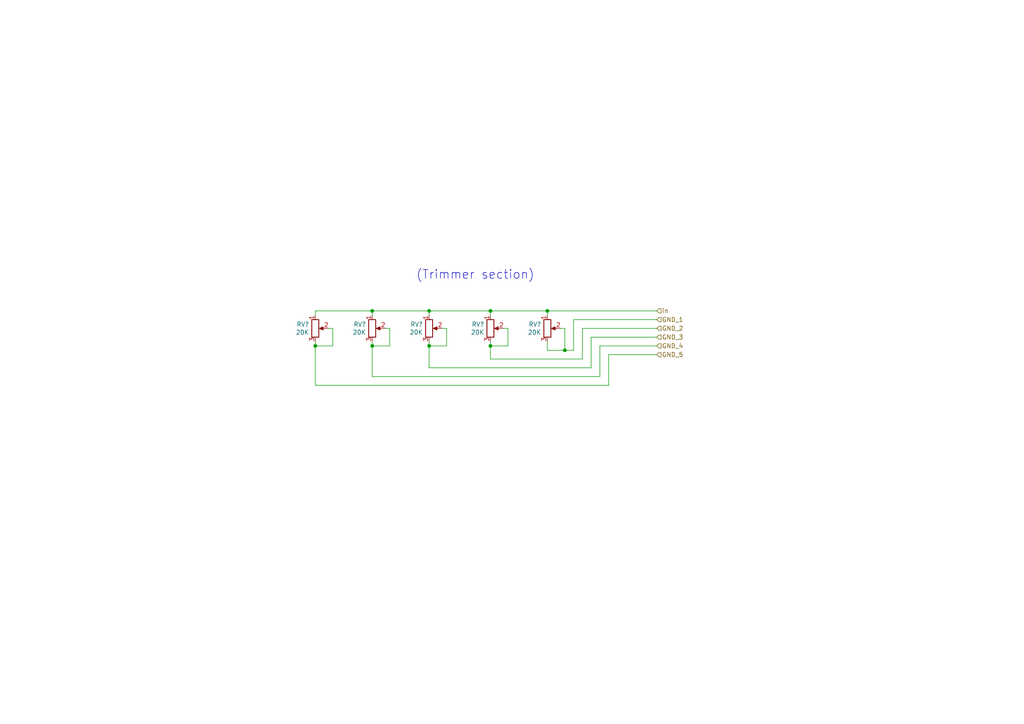
<source format=kicad_sch>
(kicad_sch (version 20211123) (generator eeschema)
  (paper "A4")
  (lib_symbols
    (symbol "Device:R_POT" (pin_names (offset 1.016) hide)
      (property "Reference" "RV" (at -4.445 0 90))
      (property "Value" "Device_R_POT" (at -2.54 0 90))
      (symbol "R_POT_0_1"
        (polyline (pts (xy 2.54 0) (xy 1.524 0)))
        (polyline (pts (xy 1.143 0) (xy 2.286 0.508) (xy 2.286 -0.508) (xy 1.143 0)) (fill (type outline)))
        (rectangle (start 1.016 2.54) (end -1.016 -2.54) (stroke (width 0.254)))
      )
      (symbol "R_POT_1_1"
        (pin passive line (at 0 3.81 270) (length 1.27) (name "1") (number "1"))
        (pin passive line (at 3.81 0 180) (length 1.27) (name "2") (number "2"))
        (pin passive line (at 0 -3.81 90) (length 1.27) (name "3") (number "3"))
      )
    )
  )
  (junction (at 107.95 100.33))
  (junction (at 163.83 101.6))
  (junction (at 107.95 90.17))
  (junction (at 158.75 90.17))
  (junction (at 142.24 100.33))
  (junction (at 124.46 90.17))
  (junction (at 124.46 100.33))
  (junction (at 91.44 100.33))
  (junction (at 142.24 90.17))
  (wire (pts (xy 113.03 95.25) (xy 111.76 95.25)))
  (wire (pts (xy 142.24 90.17) (xy 142.24 91.44)))
  (wire (pts (xy 96.52 95.25) (xy 96.52 100.33)))
  (wire (pts (xy 91.44 90.17) (xy 91.44 91.44)))
  (wire (pts (xy 91.44 111.76) (xy 176.53 111.76)))
  (wire (pts (xy 124.46 90.17) (xy 124.46 91.44)))
  (wire (pts (xy 91.44 111.76) (xy 91.44 100.33)))
  (wire (pts (xy 190.5 102.87) (xy 176.53 102.87)))
  (wire (pts (xy 190.5 97.79) (xy 171.45 97.79)))
  (wire (pts (xy 158.75 90.17) (xy 190.5 90.17)))
  (wire (pts (xy 142.24 90.17) (xy 158.75 90.17)))
  (wire (pts (xy 124.46 100.33) (xy 124.46 99.06)))
  (wire (pts (xy 190.5 100.33) (xy 173.99 100.33)))
  (wire (pts (xy 96.52 95.25) (xy 95.25 95.25)))
  (wire (pts (xy 107.95 109.22) (xy 107.95 100.33)))
  (wire (pts (xy 124.46 106.68) (xy 124.46 100.33)))
  (wire (pts (xy 166.37 92.71) (xy 166.37 101.6)))
  (wire (pts (xy 168.91 104.14) (xy 142.24 104.14)))
  (wire (pts (xy 158.75 101.6) (xy 158.75 99.06)))
  (wire (pts (xy 190.5 95.25) (xy 168.91 95.25)))
  (wire (pts (xy 91.44 100.33) (xy 91.44 99.06)))
  (wire (pts (xy 190.5 92.71) (xy 166.37 92.71)))
  (wire (pts (xy 113.03 95.25) (xy 113.03 100.33)))
  (wire (pts (xy 91.44 90.17) (xy 107.95 90.17)))
  (wire (pts (xy 147.32 95.25) (xy 147.32 100.33)))
  (wire (pts (xy 163.83 95.25) (xy 163.83 101.6)))
  (wire (pts (xy 142.24 104.14) (xy 142.24 100.33)))
  (wire (pts (xy 163.83 95.25) (xy 162.56 95.25)))
  (wire (pts (xy 147.32 100.33) (xy 142.24 100.33)))
  (wire (pts (xy 142.24 100.33) (xy 142.24 99.06)))
  (wire (pts (xy 171.45 97.79) (xy 171.45 106.68)))
  (wire (pts (xy 107.95 90.17) (xy 107.95 91.44)))
  (wire (pts (xy 96.52 100.33) (xy 91.44 100.33)))
  (wire (pts (xy 176.53 102.87) (xy 176.53 111.76)))
  (wire (pts (xy 107.95 100.33) (xy 107.95 99.06)))
  (wire (pts (xy 168.91 95.25) (xy 168.91 104.14)))
  (wire (pts (xy 113.03 100.33) (xy 107.95 100.33)))
  (wire (pts (xy 129.54 95.25) (xy 129.54 100.33)))
  (wire (pts (xy 173.99 109.22) (xy 107.95 109.22)))
  (wire (pts (xy 158.75 90.17) (xy 158.75 91.44)))
  (wire (pts (xy 147.32 95.25) (xy 146.05 95.25)))
  (wire (pts (xy 129.54 100.33) (xy 124.46 100.33)))
  (wire (pts (xy 163.83 101.6) (xy 158.75 101.6)))
  (wire (pts (xy 171.45 106.68) (xy 124.46 106.68)))
  (wire (pts (xy 107.95 90.17) (xy 124.46 90.17)))
  (wire (pts (xy 166.37 101.6) (xy 163.83 101.6)))
  (wire (pts (xy 173.99 100.33) (xy 173.99 109.22)))
  (wire (pts (xy 124.46 90.17) (xy 142.24 90.17)))
  (wire (pts (xy 129.54 95.25) (xy 128.27 95.25)))
  (text "(Trimmer section)" (at 120.65 81.28 0) (effects (font (size 2.54 2.54)) (justify left bottom)))
  (hierarchical_label "GND_1" (shape input) (at 190.5 92.71 0))
  (hierarchical_label "GND_2" (shape input) (at 190.5 95.25 0))
  (hierarchical_label "GND_3" (shape input) (at 190.5 97.79 0))
  (hierarchical_label "GND_4" (shape input) (at 190.5 100.33 0))
  (hierarchical_label "in" (shape input) (at 190.5 90.17 0))
  (hierarchical_label "GND_5" (shape input) (at 190.5 102.87 0))
  (symbol (lib_id "Device:R_POT") (at 124.46 95.25 0) (unit 1)
    (property "Reference" "RV?" (at 122.682 94.0816 0) (effects (justify right)))
    (property "Value" "20K" (at 122.682 96.393 0) (effects (justify right)))
    (property "Footprint" "0.main.robot:Trim-GF063P" (effects hide))
  )
  (symbol (lib_id "Device:R_POT") (at 91.44 95.25 0) (unit 1)
    (property "Reference" "RV?" (at 89.662 94.0816 0) (effects (justify right)))
    (property "Value" "20K" (at 89.662 96.393 0) (effects (justify right)))
    (property "Footprint" "0.main.robot:Trim-GF063P" (effects hide))
  )
  (symbol (lib_id "Device:R_POT") (at 107.95 95.25 0) (unit 1)
    (property "Reference" "RV?" (at 106.172 94.0816 0) (effects (justify right)))
    (property "Value" "20K" (at 106.172 96.393 0) (effects (justify right)))
    (property "Footprint" "0.main.robot:Trim-GF063P" (effects hide))
  )
  (symbol (lib_id "Device:R_POT") (at 158.75 95.25 0) (unit 1)
    (property "Reference" "RV?" (at 156.972 94.0816 0) (effects (justify right)))
    (property "Value" "20K" (at 156.972 96.393 0) (effects (justify right)))
    (property "Footprint" "0.main.robot:Trim-GF063P" (effects hide))
  )
  (symbol (lib_id "Device:R_POT") (at 142.24 95.25 0) (unit 1)
    (property "Reference" "RV?" (at 140.462 94.0816 0) (effects (justify right)))
    (property "Value" "20K" (at 140.462 96.393 0) (effects (justify right)))
    (property "Footprint" "0.main.robot:Trim-GF063P" (effects hide))
  )
)
</source>
